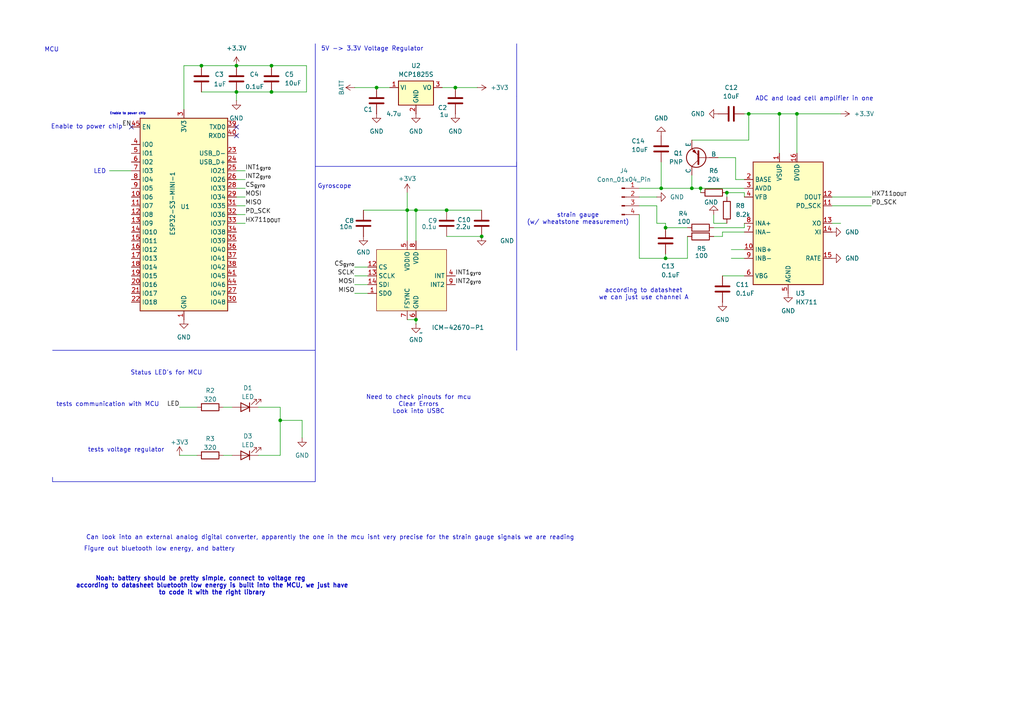
<source format=kicad_sch>
(kicad_sch (version 20250114) (generator "eeschema") (generator_version "9.0")
  (paper "A4")
  (lib_symbols
    (symbol "0_pwrmtr:ICM-42670-P"
      (property "Reference" "ICM-42670-P" (at -21.59 12.7 0))
      (symbol "ICM-42670-P_1_1"
        (rectangle (start -10.16 8.89) (end 10.16 -8.89) (fill (type background)))
        (pin input line (at -12.7 3.81 0) (length 2.54) (name "CS") (number "12"))
        (pin input line (at -12.7 1.27 0) (length 2.54) (name "SCLK") (number "13"))
        (pin input line (at -12.7 -1.27 0) (length 2.54) (name "SDI") (number "14"))
        (pin input line (at -12.7 -3.81 0) (length 2.54) (name "SDO") (number "1"))
        (pin no_connect line (at -7.62 11.43 270) (length 2.54) (hide yes) (name "NC") (number "2"))
        (pin no_connect line (at -5.08 11.43 270) (length 2.54) (hide yes) (name "NC") (number "3"))
        (pin input line (at -1.27 11.43 270) (length 2.54) (name "VDDIO") (number "5"))
        (pin input line (at -1.27 -11.43 90) (length 2.54) (name "FSYNC") (number "7"))
        (pin input line (at 1.27 11.43 270) (length 2.54) (name "VDD") (number "8"))
        (pin input line (at 1.27 -11.43 90) (length 2.54) (name "GND") (number "6"))
        (pin no_connect line (at 5.08 11.43 270) (length 2.54) (hide yes) (name "NC") (number "10"))
        (pin no_connect line (at 7.62 11.43 270) (length 2.54) (hide yes) (name "NC") (number "11"))
        (pin input line (at 12.7 1.27 180) (length 2.54) (name "INT") (number "4"))
        (pin input line (at 12.7 -1.27 180) (length 2.54) (name "INT2") (number "9"))
      )
    )
    (symbol "Analog_ADC:HX711"
      (property "Reference" "U" (at 5.08 21.59 0))
      (property "Value" "HX711" (at 7.62 19.05 0))
      (symbol "HX711_0_1"
        (rectangle (start -10.16 17.78) (end 10.16 -17.78) (stroke (width 0.254)) (fill (type background)))
      )
      (symbol "HX711_1_1"
        (pin passive line (at -12.7 12.7 0) (length 2.54) (name "BASE") (number "2"))
        (pin power_in line (at -12.7 10.16 0) (length 2.54) (name "AVDD") (number "3"))
        (pin input line (at -12.7 7.62 0) (length 2.54) (name "VFB") (number "4"))
        (pin input line (at -12.7 0 0) (length 2.54) (name "INA+") (number "8"))
        (pin input line (at -12.7 -2.54 0) (length 2.54) (name "INA-") (number "7"))
        (pin input line (at -12.7 -7.62 0) (length 2.54) (name "INB+") (number "10"))
        (pin input line (at -12.7 -10.16 0) (length 2.54) (name "INB-") (number "9"))
        (pin passive line (at -12.7 -15.24 0) (length 2.54) (name "VBG") (number "6"))
        (pin power_in line (at -2.54 20.32 270) (length 2.54) (name "VSUP") (number "1"))
        (pin power_in line (at 0 -20.32 90) (length 2.54) (name "AGND") (number "5"))
        (pin power_in line (at 2.54 20.32 270) (length 2.54) (name "DVDD") (number "16"))
        (pin output line (at 12.7 7.62 180) (length 2.54) (name "DOUT") (number "12"))
        (pin input line (at 12.7 5.08 180) (length 2.54) (name "PD_SCK") (number "11"))
        (pin passive line (at 12.7 0 180) (length 2.54) (name "XO") (number "13"))
        (pin passive line (at 12.7 -2.54 180) (length 2.54) (name "XI") (number "14"))
        (pin input line (at 12.7 -10.16 180) (length 2.54) (name "RATE") (number "15"))
      )
    )
    (symbol "Connector:Conn_01x04_Pin" (pin_names (offset 1.016) (hide yes))
      (property "Reference" "J" (at 0 5.08 0))
      (property "Value" "Conn_01x04_Pin" (at 0 -7.62 0))
      (symbol "Conn_01x04_Pin_1_1"
        (rectangle (start 0.8636 2.667) (end 0 2.413) (stroke (width 0.1524)) (fill (type outline)))
        (rectangle (start 0.8636 0.127) (end 0 -0.127) (stroke (width 0.1524)) (fill (type outline)))
        (rectangle (start 0.8636 -2.413) (end 0 -2.667) (stroke (width 0.1524)) (fill (type outline)))
        (rectangle (start 0.8636 -4.953) (end 0 -5.207) (stroke (width 0.1524)) (fill (type outline)))
        (polyline (pts (xy 1.27 2.54) (xy 0.8636 2.54)) (stroke (width 0.1524)))
        (polyline (pts (xy 1.27 0) (xy 0.8636 0)) (stroke (width 0.1524)))
        (polyline (pts (xy 1.27 -2.54) (xy 0.8636 -2.54)) (stroke (width 0.1524)))
        (polyline (pts (xy 1.27 -5.08) (xy 0.8636 -5.08)) (stroke (width 0.1524)))
        (pin passive line (at 5.08 2.54 180) (length 3.81) (name "Pin_1") (number "1"))
        (pin passive line (at 5.08 0 180) (length 3.81) (name "Pin_2") (number "2"))
        (pin passive line (at 5.08 -2.54 180) (length 3.81) (name "Pin_3") (number "3"))
        (pin passive line (at 5.08 -5.08 180) (length 3.81) (name "Pin_4") (number "4"))
      )
    )
    (symbol "Device:C" (pin_numbers (hide yes)) (pin_names (offset 0.254))
      (property "Reference" "C" (at 0.635 2.54 0))
      (property "Value" "C" (at 0.635 -2.54 0))
      (symbol "C_0_1"
        (polyline (pts (xy -2.032 0.762) (xy 2.032 0.762)) (stroke (width 0.508)))
        (polyline (pts (xy -2.032 -0.762) (xy 2.032 -0.762)) (stroke (width 0.508)))
      )
      (symbol "C_1_1"
        (pin passive line (at 0 3.81 270) (length 2.794) (name "~") (number "1"))
        (pin passive line (at 0 -3.81 90) (length 2.794) (name "~") (number "2"))
      )
    )
    (symbol "Device:LED" (pin_numbers (hide yes)) (pin_names (offset 1.016) (hide yes))
      (property "Reference" "D" (at 0 2.54 0))
      (property "Value" "LED" (at 0 -2.54 0))
      (symbol "LED_0_1"
        (polyline (pts (xy -3.048 -0.762) (xy -4.572 -2.286) (xy -3.81 -2.286) (xy -4.572 -2.286) (xy -4.572 -1.524)))
        (polyline (pts (xy -1.778 -0.762) (xy -3.302 -2.286) (xy -2.54 -2.286) (xy -3.302 -2.286) (xy -3.302 -1.524)))
        (polyline (pts (xy -1.27 0) (xy 1.27 0)))
        (polyline (pts (xy -1.27 -1.27) (xy -1.27 1.27)) (stroke (width 0.254)))
        (polyline (pts (xy 1.27 -1.27) (xy 1.27 1.27) (xy -1.27 0) (xy 1.27 -1.27)) (stroke (width 0.254)))
      )
      (symbol "LED_1_1"
        (pin passive line (at -3.81 0 0) (length 2.54) (name "K") (number "1"))
        (pin passive line (at 3.81 0 180) (length 2.54) (name "A") (number "2"))
      )
    )
    (symbol "Device:R" (pin_numbers (hide yes)) (pin_names (offset 0))
      (property "Reference" "R" (at 2.032 0 90))
      (property "Value" "R" (at 0 0 90))
      (symbol "R_0_1"
        (rectangle (start -1.016 -2.54) (end 1.016 2.54) (stroke (width 0.254)))
      )
      (symbol "R_1_1"
        (pin passive line (at 0 3.81 270) (length 1.27) (name "~") (number "1"))
        (pin passive line (at 0 -3.81 90) (length 1.27) (name "~") (number "2"))
      )
    )
    (symbol "RF_Module:ESP32-S3-MINI-1"
      (property "Reference" "U" (at -11.43 29.21 0))
      (property "Value" "ESP32-S3-MINI-1" (at 12.7 29.21 0))
      (symbol "ESP32-S3-MINI-1_0_1"
        (rectangle (start -12.7 27.94) (end 12.7 -27.94) (stroke (width 0.254)) (fill (type background)))
      )
      (symbol "ESP32-S3-MINI-1_1_1"
        (pin input line (at -15.24 25.4 0) (length 2.54) (name "EN") (number "45"))
        (pin bidirectional line (at -15.24 20.32 0) (length 2.54) (name "IO0") (number "4"))
        (pin bidirectional line (at -15.24 17.78 0) (length 2.54) (name "IO1") (number "5"))
        (pin bidirectional line (at -15.24 15.24 0) (length 2.54) (name "IO2") (number "6"))
        (pin bidirectional line (at -15.24 12.7 0) (length 2.54) (name "IO3") (number "7"))
        (pin bidirectional line (at -15.24 10.16 0) (length 2.54) (name "IO4") (number "8"))
        (pin bidirectional line (at -15.24 7.62 0) (length 2.54) (name "IO5") (number "9"))
        (pin bidirectional line (at -15.24 5.08 0) (length 2.54) (name "IO6") (number "10"))
        (pin bidirectional line (at -15.24 2.54 0) (length 2.54) (name "IO7") (number "11"))
        (pin bidirectional line (at -15.24 0 0) (length 2.54) (name "IO8") (number "12"))
        (pin bidirectional line (at -15.24 -2.54 0) (length 2.54) (name "IO9") (number "13"))
        (pin bidirectional line (at -15.24 -5.08 0) (length 2.54) (name "IO10") (number "14"))
        (pin bidirectional line (at -15.24 -7.62 0) (length 2.54) (name "IO11") (number "15"))
        (pin bidirectional line (at -15.24 -10.16 0) (length 2.54) (name "IO12") (number "16"))
        (pin bidirectional line (at -15.24 -12.7 0) (length 2.54) (name "IO13") (number "17"))
        (pin bidirectional line (at -15.24 -15.24 0) (length 2.54) (name "IO14") (number "18"))
        (pin bidirectional line (at -15.24 -17.78 0) (length 2.54) (name "IO15") (number "19"))
        (pin bidirectional line (at -15.24 -20.32 0) (length 2.54) (name "IO16") (number "20"))
        (pin bidirectional line (at -15.24 -22.86 0) (length 2.54) (name "IO17") (number "21"))
        (pin bidirectional line (at -15.24 -25.4 0) (length 2.54) (name "IO18") (number "22"))
        (pin power_in line (at 0 30.48 270) (length 2.54) (name "3V3") (number "3"))
        (pin power_in line (at 0 -30.48 90) (length 2.54) (name "GND") (number "1"))
        (pin passive line (at 0 -30.48 90) (length 2.54) (hide yes) (name "GND") (number "2"))
        (pin passive line (at 0 -30.48 90) (length 2.54) (hide yes) (name "GND") (number "42"))
        (pin passive line (at 0 -30.48 90) (length 2.54) (hide yes) (name "GND") (number "43"))
        (pin passive line (at 0 -30.48 90) (length 2.54) (hide yes) (name "GND") (number "46"))
        (pin passive line (at 0 -30.48 90) (length 2.54) (hide yes) (name "GND") (number "47"))
        (pin passive line (at 0 -30.48 90) (length 2.54) (hide yes) (name "GND") (number "48"))
        (pin passive line (at 0 -30.48 90) (length 2.54) (hide yes) (name "GND") (number "49"))
        (pin passive line (at 0 -30.48 90) (length 2.54) (hide yes) (name "GND") (number "50"))
        (pin passive line (at 0 -30.48 90) (length 2.54) (hide yes) (name "GND") (number "51"))
        (pin passive line (at 0 -30.48 90) (length 2.54) (hide yes) (name "GND") (number "52"))
        (pin passive line (at 0 -30.48 90) (length 2.54) (hide yes) (name "GND") (number "53"))
        (pin passive line (at 0 -30.48 90) (length 2.54) (hide yes) (name "GND") (number "54"))
        (pin passive line (at 0 -30.48 90) (length 2.54) (hide yes) (name "GND") (number "55"))
        (pin passive line (at 0 -30.48 90) (length 2.54) (hide yes) (name "GND") (number "56"))
        (pin passive line (at 0 -30.48 90) (length 2.54) (hide yes) (name "GND") (number "57"))
        (pin passive line (at 0 -30.48 90) (length 2.54) (hide yes) (name "GND") (number "58"))
        (pin passive line (at 0 -30.48 90) (length 2.54) (hide yes) (name "GND") (number "59"))
        (pin passive line (at 0 -30.48 90) (length 2.54) (hide yes) (name "GND") (number "60"))
        (pin passive line (at 0 -30.48 90) (length 2.54) (hide yes) (name "GND") (number "61"))
        (pin passive line (at 0 -30.48 90) (length 2.54) (hide yes) (name "GND") (number "62"))
        (pin passive line (at 0 -30.48 90) (length 2.54) (hide yes) (name "GND") (number "63"))
        (pin passive line (at 0 -30.48 90) (length 2.54) (hide yes) (name "GND") (number "64"))
        (pin passive line (at 0 -30.48 90) (length 2.54) (hide yes) (name "GND") (number "65"))
        (pin bidirectional line (at 15.24 25.4 180) (length 2.54) (name "TXD0") (number "39"))
        (pin bidirectional line (at 15.24 22.86 180) (length 2.54) (name "RXD0") (number "40"))
        (pin bidirectional line (at 15.24 17.78 180) (length 2.54) (name "USB_D-") (number "23"))
        (pin bidirectional line (at 15.24 15.24 180) (length 2.54) (name "USB_D+") (number "24"))
        (pin bidirectional line (at 15.24 12.7 180) (length 2.54) (name "IO21") (number "25"))
        (pin bidirectional line (at 15.24 10.16 180) (length 2.54) (name "IO26") (number "26"))
        (pin bidirectional line (at 15.24 7.62 180) (length 2.54) (name "IO33") (number "28"))
        (pin bidirectional line (at 15.24 5.08 180) (length 2.54) (name "IO34") (number "29"))
        (pin bidirectional line (at 15.24 2.54 180) (length 2.54) (name "IO35") (number "31"))
        (pin bidirectional line (at 15.24 0 180) (length 2.54) (name "IO36") (number "32"))
        (pin bidirectional line (at 15.24 -2.54 180) (length 2.54) (name "IO37") (number "33"))
        (pin bidirectional line (at 15.24 -5.08 180) (length 2.54) (name "IO38") (number "34"))
        (pin bidirectional line (at 15.24 -7.62 180) (length 2.54) (name "IO39") (number "35"))
        (pin bidirectional line (at 15.24 -10.16 180) (length 2.54) (name "IO40") (number "36"))
        (pin bidirectional line (at 15.24 -12.7 180) (length 2.54) (name "IO41") (number "37"))
        (pin bidirectional line (at 15.24 -15.24 180) (length 2.54) (name "IO42") (number "38"))
        (pin bidirectional line (at 15.24 -17.78 180) (length 2.54) (name "IO45") (number "41"))
        (pin bidirectional line (at 15.24 -20.32 180) (length 2.54) (name "IO46") (number "44"))
        (pin bidirectional line (at 15.24 -22.86 180) (length 2.54) (name "IO47") (number "27"))
        (pin bidirectional line (at 15.24 -25.4 180) (length 2.54) (name "IO48") (number "30"))
      )
    )
    (symbol "Regulator_Linear:MCP1825S"
      (property "Reference" "U" (at -3.81 3.175 0))
      (property "Value" "MCP1825S" (at 0 3.175 0))
      (symbol "MCP1825S_0_1"
        (rectangle (start -5.08 1.905) (end 5.08 -5.08) (stroke (width 0.254)) (fill (type background)))
      )
      (symbol "MCP1825S_1_1"
        (pin power_in line (at -7.62 0 0) (length 2.54) (name "VI") (number "1"))
        (pin power_in line (at 0 -7.62 90) (length 2.54) (name "GND") (number "2"))
        (pin power_out line (at 7.62 0 180) (length 2.54) (name "VO") (number "3"))
      )
    )
    (symbol "Simulation_SPICE:PNP" (pin_numbers (hide yes)) (pin_names (offset 0))
      (property "Reference" "Q" (at -2.54 7.62 0))
      (property "Value" "PNP" (at -2.54 5.08 0))
      (symbol "PNP_0_1"
        (polyline (pts (xy -2.54 0) (xy 0.635 0)) (stroke (width 0.1524)))
        (polyline (pts (xy 0.635 1.905) (xy 0.635 -1.905) (xy 0.635 -1.905)) (stroke (width 0.508)))
        (polyline (pts (xy 0.635 0.635) (xy 2.54 2.54)))
        (polyline (pts (xy 0.635 -0.635) (xy 2.54 -2.54) (xy 2.54 -2.54)))
        (circle (center 1.27 0) (radius 2.8194) (stroke (width 0.254)))
        (polyline (pts (xy 2.286 -1.778) (xy 1.778 -2.286) (xy 1.27 -1.27) (xy 2.286 -1.778) (xy 2.286 -1.778)) (fill (type outline)))
      )
      (symbol "PNP_1_1"
        (pin input line (at -5.08 0 0) (length 2.54) (name "B") (number "2"))
        (pin open_collector line (at 2.54 5.08 270) (length 2.54) (name "C") (number "1"))
        (pin open_emitter line (at 2.54 -5.08 90) (length 2.54) (name "E") (number "3"))
      )
    )
    (symbol "power:+3.3V" (power) (pin_numbers (hide yes)) (pin_names (offset 0) (hide yes))
      (property "Value" "+3.3V" (at 0 3.556 0))
      (symbol "+3.3V_0_1"
        (polyline (pts (xy -0.762 1.27) (xy 0 2.54)))
        (polyline (pts (xy 0 2.54) (xy 0.762 1.27)))
        (polyline (pts (xy 0 0) (xy 0 2.54)))
      )
      (symbol "+3.3V_1_1"
        (pin power_in line (at 0 0 90) (length 0) (name "~") (number "1"))
      )
    )
    (symbol "power:+3V3" (power) (pin_numbers (hide yes)) (pin_names (offset 0) (hide yes))
      (property "Value" "+3V3" (at 0 3.556 0))
      (symbol "+3V3_0_1"
        (polyline (pts (xy -0.762 1.27) (xy 0 2.54)))
        (polyline (pts (xy 0 2.54) (xy 0.762 1.27)))
        (polyline (pts (xy 0 0) (xy 0 2.54)))
      )
      (symbol "+3V3_1_1"
        (pin power_in line (at 0 0 90) (length 0) (name "~") (number "1"))
      )
    )
    (symbol "power:+5V" (power) (pin_numbers (hide yes)) (pin_names (offset 0) (hide yes))
      (property "Value" "+5V" (at 0 3.556 0))
      (symbol "+5V_0_1"
        (polyline (pts (xy -0.762 1.27) (xy 0 2.54)))
        (polyline (pts (xy 0 2.54) (xy 0.762 1.27)))
        (polyline (pts (xy 0 0) (xy 0 2.54)))
      )
      (symbol "+5V_1_1"
        (pin power_in line (at 0 0 90) (length 0) (name "~") (number "1"))
      )
    )
    (symbol "power:GND" (power) (pin_numbers (hide yes)) (pin_names (offset 0) (hide yes))
      (property "Value" "GND" (at 0 -3.81 0))
      (symbol "GND_0_1"
        (polyline (pts (xy 0 0) (xy 0 -1.27) (xy 1.27 -1.27) (xy 0 -2.54) (xy -1.27 -1.27) (xy 0 -1.27)))
      )
      (symbol "GND_1_1"
        (pin power_in line (at 0 0 270) (length 0) (name "~") (number "1"))
      )
    )
  )
  (text "ADC and load cell amplifier in one\n\n" (at 236.22 29.718 0) (effects (font (size 1.27 1.27))))
  (text "according to datasheet\nwe can just use channel A\n" (at 186.69 85.344 0) (effects (font (size 1.27 1.27))))
  (text "Enable to power chip" (at 25.146 36.83 0) (effects (font (size 1.27 1.27))))
  (text "LED\n" (at 28.956 49.784 0) (effects (font (size 1.27 1.27))))
  (text "Need to check pinouts for mcu\nClear Errors\nLook into USBC" (at 121.412 117.348 0) (effects (font (size 1.27 1.27))))
  (text "strain gauge\n(w/ wheatstone measurement)\n" (at 167.64 63.5 0) (effects (font (size 1.27 1.27))))
  (text "Can look into an external analog digital converter, apparently the one in the mcu isnt very precise for the strain gauge signals we are reading" (at 95.758 155.956 0) (effects (font (size 1.27 1.27))))
  (text "5V -> 3.3V Voltage Regulator " (at 108.458 14.224 0) (effects (font (size 1.27 1.27))))
  (text "Status LED's for MCU\n" (at 48.26 108.204 0) (effects (font (size 1.27 1.27))))
  (text "Enable to power chip\n" (at 37.084 33.02 0) (effects (font (size 0.635 0.635))))
  (text "tests voltage regulator\n" (at 36.576 130.556 0) (effects (font (size 1.27 1.27))))
  (text "tests communication with MCU\n" (at 31.242 117.348 0) (effects (font (size 1.27 1.27))))
  (text "Gyroscope" (at 97.028 54.102 0) (effects (font (size 1.27 1.27))))
  (text "Noah: battery should be pretty simple, connect to voltage reg\n	  according to datasheet bluetooth low energy is built into the MCU, we just have\n	  to code it with the right library\n" (at 58.166 169.926 0) (effects (font (size 1.27 1.27) (thickness 0.254) (bold yes))))
  (text "MCU" (at 14.986 14.478 0) (effects (font (size 1.27 1.27))))
  (text "Figure out bluetooth low energy, and battery" (at 46.228 159.258 0) (effects (font (size 1.27 1.27))))
  (junction (at 81.28 121.92))
  (junction (at 231.14 33.02))
  (junction (at 68.58 26.67))
  (junction (at 78.74 19.05))
  (junction (at 217.17 33.02))
  (junction (at 68.58 19.05))
  (junction (at 200.66 54.61))
  (junction (at 129.54 60.96))
  (junction (at 191.77 54.61))
  (junction (at 203.2 54.61))
  (junction (at 109.22 25.4))
  (junction (at 120.65 60.96))
  (junction (at 120.65 92.71))
  (junction (at 226.06 33.02))
  (junction (at 193.04 74.93))
  (junction (at 118.11 60.96))
  (junction (at 139.7 68.58))
  (junction (at 132.08 25.4))
  (junction (at 78.74 26.67))
  (junction (at 193.04 66.04))
  (junction (at 210.82 55.88))
  (junction (at 58.42 19.05))
  (no_connect (at 38.1 36.83))
  (no_connect (at 68.58 36.83))
  (no_connect (at 68.58 39.37))
  (wire (pts (xy 209.55 80.01) (xy 215.9 80.01)))
  (wire (pts (xy 207.01 66.04) (xy 215.9 66.04)))
  (wire (pts (xy 68.58 62.23) (xy 71.12 62.23)))
  (wire (pts (xy 212.09 72.39) (xy 215.9 72.39)))
  (wire (pts (xy 58.42 19.05) (xy 68.58 19.05)))
  (wire (pts (xy 81.28 118.11) (xy 81.28 121.92)))
  (wire (pts (xy 68.58 54.61) (xy 71.12 54.61)))
  (wire (pts (xy 210.82 55.88) (xy 215.9 55.88)))
  (wire (pts (xy 199.39 66.04) (xy 193.04 66.04)))
  (wire (pts (xy 102.87 77.47) (xy 106.68 77.47)))
  (wire (pts (xy 185.42 62.23) (xy 185.42 74.93)))
  (wire (pts (xy 207.01 68.58) (xy 209.55 68.58)))
  (wire (pts (xy 226.06 33.02) (xy 231.14 33.02)))
  (wire (pts (xy 109.22 25.4) (xy 113.03 25.4)))
  (wire (pts (xy 215.9 66.04) (xy 215.9 64.77)))
  (wire (pts (xy 102.87 25.4) (xy 109.22 25.4)))
  (wire (pts (xy 102.87 80.01) (xy 106.68 80.01)))
  (wire (pts (xy 81.28 121.92) (xy 87.63 121.92)))
  (wire (pts (xy 68.58 64.77) (xy 71.12 64.77)))
  (wire (pts (xy 68.58 57.15) (xy 71.12 57.15)))
  (polyline (pts (xy 15.24 101.6) (xy 91.44 101.6)))
  (wire (pts (xy 185.42 74.93) (xy 193.04 74.93)))
  (wire (pts (xy 120.65 93.98) (xy 120.65 92.71)))
  (wire (pts (xy 138.43 25.4) (xy 132.08 25.4)))
  (wire (pts (xy 185.42 54.61) (xy 191.77 54.61)))
  (wire (pts (xy 52.07 118.11) (xy 57.15 118.11)))
  (wire (pts (xy 58.42 26.67) (xy 68.58 26.67)))
  (wire (pts (xy 120.65 60.96) (xy 129.54 60.96)))
  (wire (pts (xy 120.65 69.85) (xy 120.65 60.96)))
  (wire (pts (xy 217.17 33.02) (xy 217.17 40.64)))
  (wire (pts (xy 190.5 64.77) (xy 190.5 59.69)))
  (wire (pts (xy 203.2 54.61) (xy 215.9 54.61)))
  (wire (pts (xy 213.36 45.72) (xy 213.36 52.07)))
  (wire (pts (xy 200.66 40.64) (xy 217.17 40.64)))
  (wire (pts (xy 193.04 64.77) (xy 193.04 66.04)))
  (wire (pts (xy 129.54 68.58) (xy 139.7 68.58)))
  (wire (pts (xy 105.41 60.96) (xy 118.11 60.96)))
  (wire (pts (xy 118.11 60.96) (xy 118.11 69.85)))
  (wire (pts (xy 191.77 54.61) (xy 200.66 54.61)))
  (wire (pts (xy 203.2 54.61) (xy 203.2 55.88)))
  (polyline (pts (xy 91.44 139.7) (xy 15.24 139.7)))
  (wire (pts (xy 241.3 59.69) (xy 252.73 59.69)))
  (wire (pts (xy 190.5 59.69) (xy 185.42 59.69)))
  (wire (pts (xy 52.07 132.08) (xy 57.15 132.08)))
  (polyline (pts (xy 91.44 48.26) (xy 149.86 48.26)))
  (polyline (pts (xy 91.44 101.6) (xy 91.44 139.7)))
  (wire (pts (xy 193.04 73.66) (xy 193.04 74.93)))
  (wire (pts (xy 213.36 52.07) (xy 215.9 52.07)))
  (wire (pts (xy 215.9 33.02) (xy 217.17 33.02)))
  (wire (pts (xy 78.74 26.67) (xy 88.9 26.67)))
  (wire (pts (xy 209.55 68.58) (xy 209.55 67.31)))
  (wire (pts (xy 102.87 82.55) (xy 106.68 82.55)))
  (wire (pts (xy 87.63 121.92) (xy 87.63 127)))
  (wire (pts (xy 210.82 64.77) (xy 207.01 64.77)))
  (wire (pts (xy 68.58 52.07) (xy 71.12 52.07)))
  (wire (pts (xy 217.17 33.02) (xy 226.06 33.02)))
  (wire (pts (xy 207.01 62.23) (xy 207.01 64.77)))
  (wire (pts (xy 78.74 19.05) (xy 88.9 19.05)))
  (wire (pts (xy 68.58 49.53) (xy 71.12 49.53)))
  (wire (pts (xy 68.58 59.69) (xy 71.12 59.69)))
  (wire (pts (xy 64.77 132.08) (xy 67.31 132.08)))
  (wire (pts (xy 88.9 19.05) (xy 88.9 26.67)))
  (wire (pts (xy 74.93 118.11) (xy 81.28 118.11)))
  (wire (pts (xy 53.34 19.05) (xy 58.42 19.05)))
  (wire (pts (xy 132.08 25.4) (xy 128.27 25.4)))
  (polyline (pts (xy 149.86 27.94) (xy 149.86 27.94)))
  (polyline (pts (xy 15.24 138.43) (xy 15.24 139.7)))
  (wire (pts (xy 118.11 55.88) (xy 118.11 60.96)))
  (wire (pts (xy 118.11 92.71) (xy 120.65 92.71)))
  (wire (pts (xy 193.04 74.93) (xy 199.39 74.93)))
  (wire (pts (xy 53.34 31.75) (xy 53.34 19.05)))
  (wire (pts (xy 74.93 132.08) (xy 81.28 132.08)))
  (wire (pts (xy 102.87 85.09) (xy 106.68 85.09)))
  (wire (pts (xy 215.9 55.88) (xy 215.9 57.15)))
  (wire (pts (xy 200.66 50.8) (xy 200.66 54.61)))
  (wire (pts (xy 210.82 55.88) (xy 210.82 57.15)))
  (wire (pts (xy 191.77 46.99) (xy 191.77 54.61)))
  (wire (pts (xy 129.54 60.96) (xy 139.7 60.96)))
  (wire (pts (xy 200.66 54.61) (xy 203.2 54.61)))
  (wire (pts (xy 208.28 45.72) (xy 213.36 45.72)))
  (wire (pts (xy 231.14 33.02) (xy 243.84 33.02)))
  (wire (pts (xy 190.5 57.15) (xy 185.42 57.15)))
  (polyline (pts (xy 91.44 12.7) (xy 91.44 101.6)))
  (polyline (pts (xy 149.86 101.6) (xy 149.86 46.99)))
  (wire (pts (xy 209.55 67.31) (xy 215.9 67.31)))
  (wire (pts (xy 193.04 64.77) (xy 190.5 64.77)))
  (wire (pts (xy 118.11 60.96) (xy 120.65 60.96)))
  (wire (pts (xy 64.77 118.11) (xy 67.31 118.11)))
  (wire (pts (xy 81.28 121.92) (xy 81.28 132.08)))
  (wire (pts (xy 31.75 49.53) (xy 38.1 49.53)))
  (wire (pts (xy 241.3 64.77) (xy 243.84 64.77)))
  (wire (pts (xy 68.58 26.67) (xy 68.58 29.21)))
  (wire (pts (xy 212.09 74.93) (xy 215.9 74.93)))
  (wire (pts (xy 199.39 68.58) (xy 199.39 74.93)))
  (wire (pts (xy 68.58 26.67) (xy 78.74 26.67)))
  (polyline (pts (xy 149.86 12.7) (xy 149.86 48.26)))
  (wire (pts (xy 68.58 19.05) (xy 78.74 19.05)))
  (wire (pts (xy 241.3 57.15) (xy 252.73 57.15)))
  (wire (pts (xy 226.06 33.02) (xy 226.06 44.45)))
  (wire (pts (xy 231.14 33.02) (xy 231.14 44.45)))
  (label "PD_SCK" (at 252.73 59.69 0))
  (label "INT1_{gyro}" (at 71.12 49.53 0))
  (label "MISO" (at 71.12 59.69 0))
  (label "HX711_{DOUT}" (at 71.12 64.77 0))
  (label "INT2_{gyro}" (at 71.12 52.07 0))
  (label "INT2_{gyro}" (at 132.08 82.55 0))
  (label "INT1_{gyro}" (at 132.08 80.01 0))
  (label "HX711_{DOUT}" (at 252.73 57.15 0))
  (label "CS_{gyro}" (at 71.12 54.61 0))
  (label "MISO" (at 102.87 85.09 180))
  (label "CS_{gyro}" (at 102.87 77.47 180))
  (label "PD_SCK" (at 71.12 62.23 0))
  (label "MOSI" (at 71.12 57.15 0))
  (label "MOSI" (at 102.87 82.55 180))
  (label "LED" (at 52.07 118.11 180))
  (label "EN" (at 38.1 36.83 180))
  (label "SCLK" (at 102.87 80.01 180))
  (symbol (lib_id "Device:LED") (at 71.12 118.11 180) (unit 1)
    (property "Reference" "D1" (at 71.882 112.522 0))
    (property "Value" "LED" (at 71.882 115.062 0))
    (property "Footprint" "LED_SMD:LED_0402_1005Metric" (effects (hide yes)))
    (property "Description" "Light emitting diode" (effects (hide yes)))
  )
  (symbol (lib_id "RF_Module:ESP32-S3-MINI-1") (at 53.34 62.23 0) (unit 1)
    (property "Reference" "U1" (at 52.324 59.944 0) (effects (justify left)))
    (property "Value" "ESP32-S3-MINI-1" (at 50.038 68.326 90) (effects (justify left)))
    (property "Footprint" "RF_Module:ESP32-S2-MINI-1" (effects (hide yes)))
    (property "Datasheet" "https://www.espressif.com/sites/default/files/documentation/esp32-s3-mini-1_mini-1u_datasheet_en.pdf" (effects (hide yes)))
    (property "Description" "RF Module, ESP32-S3 SoC, Wi-Fi 802.11b/g/n, Bluetooth, BLE, 32-bit, 3.3V, SMD, onboard antenna" (effects (hide yes)))
  )
  (symbol (lib_id "Device:C") (at 68.58 22.86 0) (unit 1)
    (property "Reference" "C4" (at 72.39 21.5899 0) (effects (justify left)))
    (property "Value" "0.1uF" (at 71.12 25.146 0) (effects (justify left)))
    (property "Description" "Unpolarized capacitor" (effects (hide yes)))
  )
  (symbol (lib_id "Device:C") (at 105.41 64.77 180) (unit 1)
    (property "Reference" "C8" (at 101.346 64.008 0))
    (property "Value" "10n" (at 100.33 65.786 0))
    (property "Footprint" "Capacitor_SMD:C_0402_1005Metric" (effects (hide yes)))
    (property "Description" "Unpolarized capacitor" (effects (hide yes)))
  )
  (symbol (lib_id "Device:R") (at 203.2 68.58 270) (unit 1)
    (property "Reference" "R5" (at 203.454 72.136 90))
    (property "Value" "100" (at 198.374 64.262 90))
    (property "Description" "Resistor" (effects (hide yes)))
  )
  (symbol (lib_id "power:GND") (at 191.77 39.37 180) (unit 1)
    (property "Reference" "#PWR027" (effects (hide yes)))
    (property "Value" "GND" (at 191.77 34.29 0))
    (property "Description" "Power symbol creates a global label with name \"GND\" , ground" (effects (hide yes)))
  )
  (symbol (lib_id "0_pwrmtr:ICM-42670-P") (at 119.38 81.28 0) (unit 1)
    (property "Reference" "ICM-42670-P1" (at 125.222 94.996 0) (effects (justify left)))
    (property "Value" "~" (at 121.5741 96.52 0) (effects (justify left)))
    (property "Footprint" "Package_LGA:LGA-14_3x2.5mm_P0.5mm_LayoutBorder3x4y" (effects (hide yes)))
  )
  (symbol (lib_id "power:GND") (at 120.65 33.02 0) (unit 1)
    (property "Reference" "#PWR06" (effects (hide yes)))
    (property "Value" "GND" (at 120.65 38.1 0))
  )
  (symbol (lib_id "power:GND") (at 241.3 67.31 90) (unit 1)
    (property "Reference" "#PWR018" (effects (hide yes)))
    (property "Value" "GND" (at 245.11 67.3099 90) (effects (justify right)))
    (property "Description" "Power symbol creates a global label with name \"GND\" , ground" (effects (hide yes)))
  )
  (symbol (lib_id "Regulator_Linear:MCP1825S") (at 120.65 25.4 0) (unit 1)
    (property "Reference" "U2" (at 120.65 19.05 0))
    (property "Value" "MCP1825S" (at 120.65 21.59 0))
    (property "Footprint" "Package_TO_SOT_SMD:SOT-223-3_TabPin2" (effects (hide yes)))
    (property "Datasheet" "http://ww1.microchip.com/downloads/en/devicedoc/22056b.pdf" (effects (hide yes)))
    (property "Description" "500mA, Low-Voltage, Low Quiescent Current LDO Regulator, SOT-223, TO-220, TO-263" (effects (hide yes)))
  )
  (symbol (lib_id "power:+3.3V") (at 138.43 25.4 270) (unit 1)
    (property "Reference" "#PWR07" (effects (hide yes)))
    (property "Value" "+3V3" (at 142.24 25.3999 90) (effects (justify left)))
  )
  (symbol (lib_id "power:GND") (at 53.34 92.71 0) (unit 1)
    (property "Reference" "#PWR03" (effects (hide yes)))
    (property "Value" "GND" (at 53.34 97.79 0))
    (property "Description" "Power symbol creates a global label with name \"GND\" , ground" (effects (hide yes)))
  )
  (symbol (lib_id "Device:C") (at 109.22 29.21 180) (unit 1)
    (property "Reference" "C1" (at 105.41 31.75 0) (effects (justify right)))
    (property "Value" "4.7u" (at 112.014 33.02 0) (effects (justify right)))
    (property "Footprint" "Capacitor_SMD:C_0402_1005Metric" (effects (hide yes)))
  )
  (symbol (lib_id "power:GND") (at 105.41 68.58 0) (unit 1)
    (property "Reference" "#PWR037" (effects (hide yes)))
    (property "Value" "GND" (at 105.41 73.152 0))
    (property "Description" "Power symbol creates a global label with name \"GND\" , ground" (effects (hide yes)))
  )
  (symbol (lib_id "Device:R") (at 60.96 132.08 90) (unit 1)
    (property "Reference" "R3" (at 60.96 127.254 90))
    (property "Value" "320" (at 60.96 129.794 90))
    (property "Footprint" "Resistor_SMD:R_0402_1005Metric" (effects (hide yes)))
    (property "Description" "Resistor" (effects (hide yes)))
  )
  (symbol (lib_id "power:GND") (at 209.55 87.63 0) (unit 1)
    (property "Reference" "#PWR019" (effects (hide yes)))
    (property "Value" "GND" (at 209.55 92.71 0))
    (property "Description" "Power symbol creates a global label with name \"GND\" , ground" (effects (hide yes)))
  )
  (symbol (lib_id "power:GND") (at 208.28 33.02 270) (unit 1)
    (property "Reference" "#PWR022" (effects (hide yes)))
    (property "Value" "GND" (at 204.47 33.0199 90) (effects (justify right)))
    (property "Description" "Power symbol creates a global label with name \"GND\" , ground" (effects (hide yes)))
  )
  (symbol (lib_id "power:GND") (at 109.22 33.02 0) (unit 1)
    (property "Reference" "#PWR0101" (effects (hide yes)))
    (property "Value" "GND" (at 109.22 38.1 0))
  )
  (symbol (lib_id "power:+3V3") (at 118.11 55.88 0) (unit 1)
    (property "Reference" "#PWR024" (effects (hide yes)))
    (property "Value" "+3V3" (at 118.11 51.816 0))
    (property "Description" "Power symbol creates a global label with name \"+3V3\"" (effects (hide yes)))
  )
  (symbol (lib_id "Connector:Conn_01x04_Pin") (at 180.34 57.15 0) (unit 1)
    (property "Reference" "J4" (at 180.975 49.53 0))
    (property "Value" "Conn_01x04_Pin" (at 180.975 52.07 0))
    (property "Footprint" "Connector_JST:JST_EH_S4B-EH_1x04_P2.50mm_Horizontal" (effects (hide yes)))
    (property "Description" "Generic connector, single row, 01x04, script generated" (effects (hide yes)))
  )
  (symbol (lib_id "power:GND") (at 132.08 33.02 0) (unit 1)
    (property "Reference" "#PWR08" (effects (hide yes)))
    (property "Value" "GND" (at 132.08 38.1 0))
  )
  (symbol (lib_id "Device:C") (at 209.55 83.82 0) (unit 1)
    (property "Reference" "C11" (at 213.36 82.5499 0) (effects (justify left)))
    (property "Value" "0.1uF" (at 213.36 85.0899 0) (effects (justify left)))
    (property "Description" "Unpolarized capacitor" (effects (hide yes)))
  )
  (symbol (lib_id "Device:C") (at 212.09 33.02 270) (unit 1)
    (property "Reference" "C12" (at 212.09 25.4 90))
    (property "Value" "10uF" (at 212.09 27.94 90))
    (property "Description" "Unpolarized capacitor" (effects (hide yes)))
  )
  (symbol (lib_id "power:GND") (at 241.3 74.93 90) (unit 1)
    (property "Reference" "#PWR020" (effects (hide yes)))
    (property "Value" "GND" (at 245.11 74.9299 90) (effects (justify right)))
    (property "Description" "Power symbol creates a global label with name \"GND\" , ground" (effects (hide yes)))
  )
  (symbol (lib_id "power:GND") (at 120.65 93.98 0) (unit 1)
    (property "Reference" "#PWR015" (effects (hide yes)))
    (property "Value" "GND" (at 120.65 98.552 0))
    (property "Description" "Power symbol creates a global label with name \"GND\" , ground" (effects (hide yes)))
  )
  (symbol (lib_id "Device:C") (at 191.77 43.18 0) (unit 1)
    (property "Reference" "C14" (at 183.134 40.894 0) (effects (justify left)))
    (property "Value" "10uF" (at 183.134 43.434 0) (effects (justify left)))
    (property "Description" "Unpolarized capacitor" (effects (hide yes)))
  )
  (symbol (lib_id "power:GND") (at 68.58 29.21 0) (unit 1)
    (property "Reference" "#PWR09" (effects (hide yes)))
    (property "Value" "GND" (at 68.58 34.29 0))
    (property "Description" "Power symbol creates a global label with name \"GND\" , ground" (effects (hide yes)))
  )
  (symbol (lib_id "power:GND") (at 139.7 68.58 0) (unit 1)
    (property "Reference" "#PWR034" (effects (hide yes)))
    (property "Value" "GND" (at 147.066 69.85 0))
    (property "Description" "Power symbol creates a global label with name \"GND\" , ground" (effects (hide yes)))
  )
  (symbol (lib_id "Device:C") (at 58.42 22.86 0) (unit 1)
    (property "Reference" "C3" (at 62.23 21.5899 0) (effects (justify left)))
    (property "Value" "1uF" (at 61.976 24.384 0) (effects (justify left)))
    (property "Description" "Unpolarized capacitor" (effects (hide yes)))
  )
  (symbol (lib_id "Device:R") (at 210.82 60.96 0) (unit 1)
    (property "Reference" "R8" (at 213.36 59.6899 0) (effects (justify left)))
    (property "Value" "8.2k" (at 213.36 62.2299 0) (effects (justify left)))
    (property "Description" "Resistor" (effects (hide yes)))
  )
  (symbol (lib_id "Device:R") (at 203.2 66.04 90) (unit 1)
    (property "Reference" "R4" (at 198.12 61.976 90))
    (property "Value" "100" (at 203.454 74.168 90))
    (property "Description" "Resistor" (effects (hide yes)))
  )
  (symbol (lib_id "Device:C") (at 193.04 69.85 0) (unit 1)
    (property "Reference" "C13" (at 191.77 77.216 0) (effects (justify left)))
    (property "Value" "0.1uF" (at 191.77 79.756 0) (effects (justify left)))
    (property "Description" "Unpolarized capacitor" (effects (hide yes)))
  )
  (symbol (lib_id "Device:C") (at 129.54 64.77 180) (unit 1)
    (property "Reference" "C9" (at 125.476 64.008 0))
    (property "Value" "0.1u" (at 124.46 65.786 0))
    (property "Footprint" "Capacitor_SMD:C_0402_1005Metric" (effects (hide yes)))
    (property "Description" "Unpolarized capacitor" (effects (hide yes)))
  )
  (symbol (lib_id "power:+3.3V") (at 243.84 33.02 270) (unit 1)
    (property "Reference" "#PWR021" (effects (hide yes)))
    (property "Value" "+3.3V" (at 247.65 33.0199 90) (effects (justify left)))
    (property "Description" "Power symbol creates a global label with name \"+3.3V\"" (effects (hide yes)))
  )
  (symbol (lib_id "Device:R") (at 207.01 55.88 90) (unit 1)
    (property "Reference" "R6" (at 207.01 49.53 90))
    (property "Value" "20k" (at 207.01 52.07 90))
    (property "Description" "Resistor" (effects (hide yes)))
  )
  (symbol (lib_id "Device:C") (at 139.7 64.77 180) (unit 1)
    (property "Reference" "C10" (at 134.62 63.754 0))
    (property "Value" "2.2u" (at 134.366 65.786 0))
    (property "Footprint" "Capacitor_SMD:C_0402_1005Metric" (effects (hide yes)))
    (property "Description" "Unpolarized capacitor" (effects (hide yes)))
  )
  (symbol (lib_id "Device:LED") (at 71.12 132.08 180) (unit 1)
    (property "Reference" "D3" (at 71.882 126.492 0))
    (property "Value" "LED" (at 71.882 129.032 0))
    (property "Footprint" "LED_SMD:LED_0402_1005Metric" (effects (hide yes)))
    (property "Description" "Light emitting diode" (effects (hide yes)))
  )
  (symbol (lib_id "Device:R") (at 60.96 118.11 90) (unit 1)
    (property "Reference" "R2" (at 60.96 113.284 90))
    (property "Value" "320" (at 60.96 115.824 90))
    (property "Footprint" "Resistor_SMD:R_0402_1005Metric" (effects (hide yes)))
    (property "Description" "Resistor" (effects (hide yes)))
  )
  (symbol (lib_id "Simulation_SPICE:PNP") (at 203.2 45.72 180) (unit 1)
    (property "Reference" "Q1" (at 198.12 44.4499 0) (effects (justify left)))
    (property "Value" "PNP" (at 198.12 46.9899 0) (effects (justify left)))
    (property "Datasheet" "https://ngspice.sourceforge.io/docs/ngspice-html-manual/manual.xhtml#cha_BJTs" (effects (hide yes)))
    (property "Description" "Bipolar transistor symbol for simulation only, substrate tied to the emitter" (effects (hide yes)))
    (property "Sim.Device" "PNP" (effects (hide yes)))
    (property "Sim.Type" "GUMMELPOON" (effects (hide yes)))
    (property "Sim.Pins" "1=C 2=B 3=E" (effects (hide yes)))
  )
  (symbol (lib_id "power:GND") (at 228.6 85.09 0) (unit 1)
    (property "Reference" "#PWR017" (effects (hide yes)))
    (property "Value" "GND" (at 228.6 90.17 0))
    (property "Description" "Power symbol creates a global label with name \"GND\" , ground" (effects (hide yes)))
  )
  (symbol (lib_id "Device:C") (at 78.74 22.86 0) (unit 1)
    (property "Reference" "C5" (at 82.55 21.5899 0) (effects (justify left)))
    (property "Value" "10uF" (at 82.55 24.1299 0) (effects (justify left)))
    (property "Description" "Unpolarized capacitor" (effects (hide yes)))
  )
  (symbol (lib_id "power:+3.3V") (at 52.07 132.08 0) (unit 1)
    (property "Reference" "#PWR016" (effects (hide yes)))
    (property "Value" "+3V3" (at 52.07 128.27 0))
  )
  (symbol (lib_id "power:+3.3V") (at 68.58 19.05 0) (unit 1)
    (property "Reference" "#PWR04" (effects (hide yes)))
    (property "Value" "+3.3V" (at 68.58 13.97 0))
    (property "Description" "Power symbol creates a global label with name \"+3.3V\"" (effects (hide yes)))
  )
  (symbol (lib_id "power:GND") (at 87.63 127 0) (unit 1)
    (property "Reference" "#PWR023" (effects (hide yes)))
    (property "Value" "GND" (at 87.63 132.08 0))
    (property "Description" "Power symbol creates a global label with name \"GND\" , ground" (effects (hide yes)))
  )
  (symbol (lib_id "Analog_ADC:HX711") (at 228.6 64.77 0) (unit 1)
    (property "Reference" "U3" (at 230.7433 85.09 0) (effects (justify left)))
    (property "Value" "HX711" (at 230.7433 87.63 0) (effects (justify left)))
    (property "Footprint" "Package_SO:SOP-16_3.9x9.9mm_P1.27mm" (effects (hide yes)))
    (property "Datasheet" "https://web.archive.org/web/20220615044707/https://akizukidenshi.com/download/ds/avia/hx711.pdf" (effects (hide yes)))
    (property "Description" "24-Bit Analog-to-Digital Converter (ADC) for Weight Scales" (effects (hide yes)))
  )
  (symbol (lib_id "Device:C") (at 132.08 29.21 180) (unit 1)
    (property "Reference" "C2" (at 127 31.242 0) (effects (justify right)))
    (property "Value" "1u" (at 127.508 33.274 0) (effects (justify right)))
    (property "Footprint" "Capacitor_SMD:C_0402_1005Metric" (effects (hide yes)))
  )
  (symbol (lib_id "power:GND") (at 207.01 62.23 180) (unit 1)
    (property "Reference" "#PWR026" (effects (hide yes)))
    (property "Value" "GND" (at 206.248 58.674 0))
    (property "Description" "Power symbol creates a global label with name \"GND\" , ground" (effects (hide yes)))
  )
  (symbol (lib_id "power:GND") (at 190.5 57.15 90) (unit 1)
    (property "Reference" "#PWR025" (effects (hide yes)))
    (property "Value" "GND" (at 194.31 57.1499 90) (effects (justify right)))
    (property "Description" "Power symbol creates a global label with name \"GND\" , ground" (effects (hide yes)))
  )
  (symbol (lib_id "power:+5V") (at 102.87 25.4 90) (unit 1)
    (property "Reference" "#PWR05" (effects (hide yes)))
    (property "Value" "BATT" (at 99.06 25.4 0))
    (property "Description" "Power symbol creates a global label with name \"+5V\"" (effects (hide yes)))
  )
)
</source>
